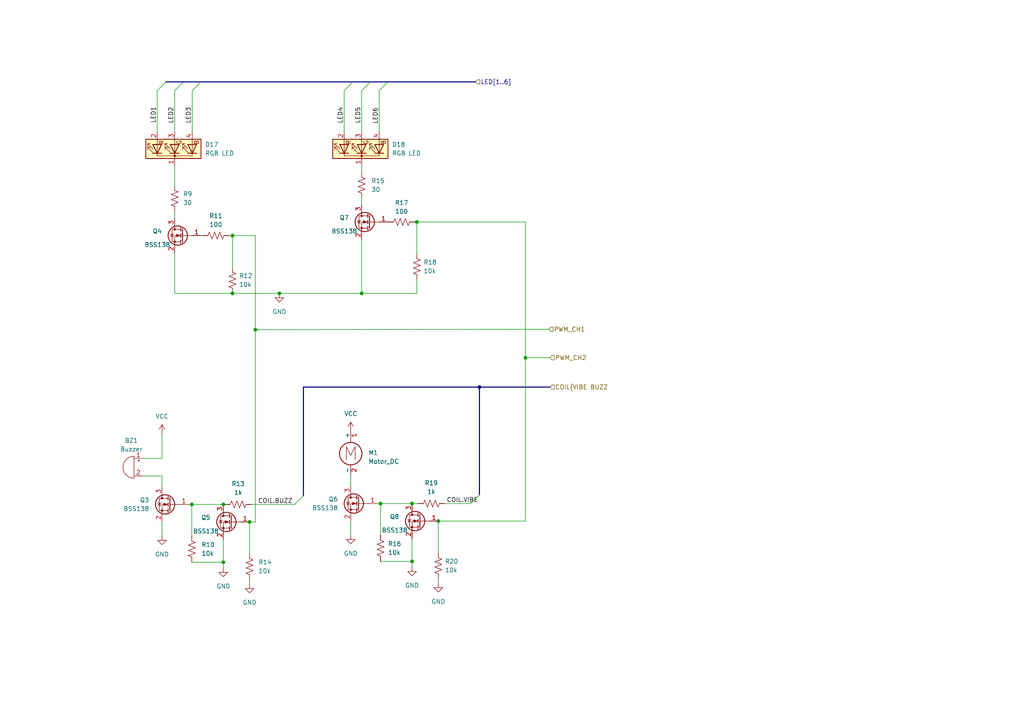
<source format=kicad_sch>
(kicad_sch (version 20211123) (generator eeschema)
  (paper "A4")
  (title_block (title "Robotics Controller") (date "2022-09-02") (rev "A") (company "Rockerbotics"))
  (lib_symbols
    (symbol "Device:Buzzer" (pin_names (offset 0.0254) hide)
      (property "Reference" "BZ" (at 3.81 1.27 0))
      (property "Value" "Buzzer" (at 3.81 -1.27 0))
      (symbol "Buzzer_0_1"
        (arc (start 0 -3.175) (mid 3.175 0) (end 0 3.175))
        (polyline (pts (xy -1.651 1.905) (xy -1.143 1.905)))
        (polyline (pts (xy -1.397 2.159) (xy -1.397 1.651)))
        (polyline (pts (xy 0 3.175) (xy 0 -3.175)))
      )
      (symbol "Buzzer_1_1"
        (pin passive line (at -2.54 2.54 0) (length 2.54) (name "-") (number "1"))
        (pin passive line (at -2.54 -2.54 0) (length 2.54) (name "+") (number "2"))
      )
    )
    (symbol "Device:LED_KRGB" (pin_names (offset 0) hide)
      (property "Reference" "D" (at 0 9.398 0))
      (property "Value" "LED_KRGB" (at 0 -8.89 0))
      (symbol "LED_KRGB_0_0"
        (text "B" (at 1.905 -6.35 0) (effects (font (size 1.27 1.27))))
        (text "G" (at 1.905 -1.27 0) (effects (font (size 1.27 1.27))))
        (text "R" (at 1.905 3.81 0) (effects (font (size 1.27 1.27))))
      )
      (symbol "LED_KRGB_0_1"
        (circle (center -2.032 0) (radius 0.254) (fill (type outline)))
        (polyline (pts (xy -1.27 -5.08) (xy 1.27 -5.08)))
        (polyline (pts (xy -1.27 -3.81) (xy -1.27 -6.35)) (stroke (width 0.254)))
        (polyline (pts (xy -1.27 0) (xy -2.54 0)))
        (polyline (pts (xy -1.27 1.27) (xy -1.27 -1.27)) (stroke (width 0.254)))
        (polyline (pts (xy -1.27 5.08) (xy 1.27 5.08)))
        (polyline (pts (xy -1.27 6.35) (xy -1.27 3.81)) (stroke (width 0.254)))
        (polyline (pts (xy 1.27 -5.08) (xy 2.54 -5.08)))
        (polyline (pts (xy 1.27 0) (xy -1.27 0)))
        (polyline (pts (xy 1.27 0) (xy 2.54 0)))
        (polyline (pts (xy 1.27 5.08) (xy 2.54 5.08)))
        (polyline (pts (xy -1.27 1.27) (xy -1.27 -1.27) (xy -1.27 -1.27)))
        (polyline (pts (xy -1.27 6.35) (xy -1.27 3.81) (xy -1.27 3.81)))
        (polyline (pts (xy -1.27 5.08) (xy -2.032 5.08) (xy -2.032 -5.08) (xy -1.016 -5.08)))
        (polyline (pts (xy 1.27 -3.81) (xy 1.27 -6.35) (xy -1.27 -5.08) (xy 1.27 -3.81)) (stroke (width 0.254)))
        (polyline (pts (xy 1.27 1.27) (xy 1.27 -1.27) (xy -1.27 0) (xy 1.27 1.27)) (stroke (width 0.254)))
        (polyline (pts (xy 1.27 6.35) (xy 1.27 3.81) (xy -1.27 5.08) (xy 1.27 6.35)) (stroke (width 0.254)))
        (polyline (pts (xy -1.016 -3.81) (xy 0.508 -2.286) (xy -0.254 -2.286) (xy 0.508 -2.286) (xy 0.508 -3.048)))
        (polyline (pts (xy -1.016 1.27) (xy 0.508 2.794) (xy -0.254 2.794) (xy 0.508 2.794) (xy 0.508 2.032)))
        (polyline (pts (xy -1.016 6.35) (xy 0.508 7.874) (xy -0.254 7.874) (xy 0.508 7.874) (xy 0.508 7.112)))
        (polyline (pts (xy 0 -3.81) (xy 1.524 -2.286) (xy 0.762 -2.286) (xy 1.524 -2.286) (xy 1.524 -3.048)))
        (polyline (pts (xy 0 1.27) (xy 1.524 2.794) (xy 0.762 2.794) (xy 1.524 2.794) (xy 1.524 2.032)))
        (polyline (pts (xy 0 6.35) (xy 1.524 7.874) (xy 0.762 7.874) (xy 1.524 7.874) (xy 1.524 7.112)))
        (rectangle (start 1.27 -1.27) (end 1.27 1.27))
        (rectangle (start 1.27 1.27) (end 1.27 1.27))
        (rectangle (start 1.27 3.81) (end 1.27 6.35))
        (rectangle (start 1.27 6.35) (end 1.27 6.35))
        (rectangle (start 2.794 8.382) (end -2.794 -7.62) (stroke (width 0.254)) (fill (type background)))
      )
      (symbol "LED_KRGB_1_1"
        (pin passive line (at -5.08 0 0) (length 2.54) (name "K") (number "1"))
        (pin passive line (at 5.08 5.08 180) (length 2.54) (name "RA") (number "2"))
        (pin passive line (at 5.08 0 180) (length 2.54) (name "GA") (number "3"))
        (pin passive line (at 5.08 -5.08 180) (length 2.54) (name "BA") (number "4"))
      )
    )
    (symbol "Device:R_US" (pin_numbers hide) (pin_names (offset 0))
      (property "Reference" "R" (at 2.54 0 90))
      (property "Value" "R_US" (at -2.54 0 90))
      (symbol "R_US_0_1"
        (polyline (pts (xy 0 -2.286) (xy 0 -2.54)))
        (polyline (pts (xy 0 2.286) (xy 0 2.54)))
        (polyline (pts (xy 0 -0.762) (xy 1.016 -1.143) (xy 0 -1.524) (xy -1.016 -1.905) (xy 0 -2.286)))
        (polyline (pts (xy 0 0.762) (xy 1.016 0.381) (xy 0 0) (xy -1.016 -0.381) (xy 0 -0.762)))
        (polyline (pts (xy 0 2.286) (xy 1.016 1.905) (xy 0 1.524) (xy -1.016 1.143) (xy 0 0.762)))
      )
      (symbol "R_US_1_1"
        (pin passive line (at 0 3.81 270) (length 1.27) (name "~") (number "1"))
        (pin passive line (at 0 -3.81 90) (length 1.27) (name "~") (number "2"))
      )
    )
    (symbol "Motor:Motor_DC" (pin_names (offset 0))
      (property "Reference" "M" (at 2.54 2.54 0))
      (property "Value" "Motor_DC" (at 2.54 -5.08 0))
      (symbol "Motor_DC_0_0"
        (polyline (pts (xy -1.27 -3.302) (xy -1.27 0.508) (xy 0 -2.032) (xy 1.27 0.508) (xy 1.27 -3.302)))
      )
      (symbol "Motor_DC_0_1"
        (circle (center 0 -1.524) (radius 3.2512) (stroke (width 0.254)))
        (polyline (pts (xy 0 -7.62) (xy 0 -7.112)))
        (polyline (pts (xy 0 -4.7752) (xy 0 -5.1816)))
        (polyline (pts (xy 0 1.7272) (xy 0 2.0828)))
        (polyline (pts (xy 0 2.032) (xy 0 2.54)))
      )
      (symbol "Motor_DC_1_1"
        (pin passive line (at 0 5.08 270) (length 2.54) (name "+") (number "1"))
        (pin passive line (at 0 -7.62 90) (length 2.54) (name "-") (number "2"))
      )
    )
    (symbol "Transistor_FET:BSS138" (pin_names hide)
      (property "Reference" "Q" (at 5.08 1.905 0))
      (property "Value" "BSS138" (at 5.08 0 0))
      (symbol "BSS138_0_1"
        (polyline (pts (xy 0.254 0) (xy -2.54 0)))
        (polyline (pts (xy 0.254 1.905) (xy 0.254 -1.905)) (stroke (width 0.254)))
        (polyline (pts (xy 0.762 -1.27) (xy 0.762 -2.286)) (stroke (width 0.254)))
        (polyline (pts (xy 0.762 0.508) (xy 0.762 -0.508)) (stroke (width 0.254)))
        (polyline (pts (xy 0.762 2.286) (xy 0.762 1.27)) (stroke (width 0.254)))
        (polyline (pts (xy 2.54 2.54) (xy 2.54 1.778)))
        (polyline (pts (xy 2.54 -2.54) (xy 2.54 0) (xy 0.762 0)))
        (polyline (pts (xy 0.762 -1.778) (xy 3.302 -1.778) (xy 3.302 1.778) (xy 0.762 1.778)))
        (polyline (pts (xy 1.016 0) (xy 2.032 0.381) (xy 2.032 -0.381) (xy 1.016 0)) (fill (type outline)))
        (polyline (pts (xy 2.794 0.508) (xy 2.921 0.381) (xy 3.683 0.381) (xy 3.81 0.254)))
        (polyline (pts (xy 3.302 0.381) (xy 2.921 -0.254) (xy 3.683 -0.254) (xy 3.302 0.381)))
        (circle (center 1.651 0) (radius 2.794) (stroke (width 0.254)))
        (circle (center 2.54 -1.778) (radius 0.254) (fill (type outline)))
        (circle (center 2.54 1.778) (radius 0.254) (fill (type outline)))
      )
      (symbol "BSS138_1_1"
        (pin input line (at -5.08 0 0) (length 2.54) (name "G") (number "1"))
        (pin passive line (at 2.54 -5.08 90) (length 2.54) (name "S") (number "2"))
        (pin passive line (at 2.54 5.08 270) (length 2.54) (name "D") (number "3"))
      )
    )
    (symbol "power:GND" (power) (pin_names (offset 0))
      (property "Value" "GND" (at 0 -3.81 0))
      (symbol "GND_0_1"
        (polyline (pts (xy 0 0) (xy 0 -1.27) (xy 1.27 -1.27) (xy 0 -2.54) (xy -1.27 -1.27) (xy 0 -1.27)))
      )
      (symbol "GND_1_1"
        (pin power_in line (at 0 0 270) (length 0) hide (name "GND") (number "1"))
      )
    )
    (symbol "power:VCC" (power) (pin_names (offset 0))
      (property "Value" "VCC" (at 0 3.81 0))
      (symbol "VCC_0_1"
        (polyline (pts (xy -0.762 1.27) (xy 0 2.54)))
        (polyline (pts (xy 0 0) (xy 0 2.54)))
        (polyline (pts (xy 0 2.54) (xy 0.762 1.27)))
      )
      (symbol "VCC_1_1"
        (pin power_in line (at 0 0 90) (length 0) hide (name "VCC") (number "1"))
      )
    )
  )
  (junction (at 55.626 146.304))
  (junction (at 139.065 112.268))
  (junction (at 64.77 146.304))
  (junction (at 72.39 151.384))
  (junction (at 64.77 163.068))
  (junction (at 127.127 151.13))
  (junction (at 67.437 68.326))
  (junction (at 120.904 64.389))
  (junction (at 104.902 85.09))
  (junction (at 67.437 85.09))
  (junction (at 74.041 95.631))
  (junction (at 119.507 146.05))
  (junction (at 119.507 162.814))
  (junction (at 110.363 146.05))
  (junction (at 81.026 85.09))
  (junction (at 152.4 103.759))
  (bus_entry (at 85.471 146.304) (size 2.54 -2.54))
  (bus_entry (at 136.525 146.05) (size 2.54 -2.54))
  (bus_entry (at 45.593 26.289) (size 2.54 -2.54))
  (bus_entry (at 109.982 26.289) (size 2.54 -2.54))
  (bus_entry (at 99.822 26.289) (size 2.54 -2.54))
  (bus_entry (at 50.673 26.289) (size 2.54 -2.54))
  (bus_entry (at 104.902 26.289) (size 2.54 -2.54))
  (bus_entry (at 55.753 26.289) (size 2.54 -2.54))
  (wire (pts (xy 67.437 68.326) (xy 74.041 68.326)))
  (wire (pts (xy 104.902 48.26) (xy 104.902 49.911)))
  (wire (pts (xy 64.77 146.304) (xy 65.278 146.304)))
  (wire (pts (xy 120.904 73.533) (xy 120.904 64.389)))
  (wire (pts (xy 46.99 125.73) (xy 46.99 132.969)))
  (wire (pts (xy 50.673 48.26) (xy 50.673 53.721)))
  (wire (pts (xy 50.673 61.341) (xy 50.673 63.246)))
  (wire (pts (xy 55.626 155.448) (xy 55.626 146.304)))
  (wire (pts (xy 54.61 146.304) (xy 55.626 146.304)))
  (wire (pts (xy 50.673 73.406) (xy 50.673 85.09)))
  (wire (pts (xy 55.626 163.068) (xy 64.77 163.068)))
  (wire (pts (xy 119.507 162.814) (xy 119.507 164.465)))
  (wire (pts (xy 104.902 26.289) (xy 104.902 38.1)))
  (wire (pts (xy 109.982 26.289) (xy 109.982 38.1)))
  (wire (pts (xy 45.593 26.289) (xy 45.593 38.1)))
  (wire (pts (xy 81.026 85.09) (xy 104.902 85.09)))
  (wire (pts (xy 127.127 160.274) (xy 127.127 151.13)))
  (bus (pts (xy 112.522 23.749) (xy 137.922 23.749)))
  (wire (pts (xy 41.402 138.049) (xy 46.99 138.049)))
  (wire (pts (xy 46.99 151.384) (xy 46.99 155.448)))
  (bus (pts (xy 139.065 143.51) (xy 139.065 112.268)))
  (wire (pts (xy 67.437 77.47) (xy 67.437 68.326)))
  (wire (pts (xy 152.4 103.759) (xy 152.4 64.389)))
  (wire (pts (xy 64.77 163.068) (xy 64.77 164.719)))
  (wire (pts (xy 112.649 64.389) (xy 112.522 64.389)))
  (bus (pts (xy 53.213 23.749) (xy 58.293 23.749)))
  (wire (pts (xy 110.363 146.05) (xy 119.507 146.05)))
  (wire (pts (xy 67.437 68.326) (xy 66.421 68.326)))
  (wire (pts (xy 74.041 95.631) (xy 159.131 95.504)))
  (wire (pts (xy 46.99 138.049) (xy 46.99 141.224)))
  (wire (pts (xy 119.507 156.21) (xy 119.507 162.814)))
  (wire (pts (xy 101.727 137.668) (xy 101.727 140.97)))
  (wire (pts (xy 72.39 168.148) (xy 72.39 169.418)))
  (bus (pts (xy 48.133 23.749) (xy 53.213 23.749)))
  (wire (pts (xy 72.39 160.528) (xy 72.39 151.384)))
  (wire (pts (xy 55.626 146.304) (xy 64.77 146.304)))
  (wire (pts (xy 110.363 155.194) (xy 110.363 146.05)))
  (bus (pts (xy 102.362 23.749) (xy 107.442 23.749)))
  (wire (pts (xy 127.127 151.13) (xy 152.4 151.13)))
  (wire (pts (xy 67.437 85.09) (xy 81.026 85.09)))
  (wire (pts (xy 99.822 26.289) (xy 99.822 38.1)))
  (bus (pts (xy 88.011 112.268) (xy 139.065 112.268)))
  (wire (pts (xy 72.39 151.384) (xy 74.041 151.384)))
  (wire (pts (xy 109.347 146.05) (xy 110.363 146.05)))
  (wire (pts (xy 152.4 64.389) (xy 120.904 64.389)))
  (bus (pts (xy 107.442 23.749) (xy 112.522 23.749)))
  (wire (pts (xy 152.4 103.759) (xy 152.4 151.13)))
  (wire (pts (xy 104.902 69.469) (xy 104.902 85.09)))
  (wire (pts (xy 120.904 85.09) (xy 120.904 81.153)))
  (wire (pts (xy 50.673 26.289) (xy 50.673 38.1)))
  (wire (pts (xy 128.905 146.05) (xy 136.525 146.05)))
  (wire (pts (xy 41.402 132.969) (xy 46.99 132.969)))
  (wire (pts (xy 64.77 156.464) (xy 64.77 163.068)))
  (bus (pts (xy 139.065 112.268) (xy 159.512 112.268)))
  (wire (pts (xy 101.727 151.13) (xy 101.727 155.194)))
  (wire (pts (xy 72.898 146.304) (xy 85.471 146.304)))
  (wire (pts (xy 74.041 68.326) (xy 74.041 95.631)))
  (wire (pts (xy 110.363 162.814) (xy 119.507 162.814)))
  (wire (pts (xy 50.673 85.09) (xy 67.437 85.09)))
  (wire (pts (xy 104.902 85.09) (xy 120.904 85.09)))
  (wire (pts (xy 152.4 103.759) (xy 159.512 103.759)))
  (wire (pts (xy 55.753 26.289) (xy 55.753 38.1)))
  (bus (pts (xy 58.293 23.749) (xy 102.362 23.749)))
  (wire (pts (xy 74.041 95.631) (xy 74.041 151.384)))
  (wire (pts (xy 127.127 167.894) (xy 127.127 169.164)))
  (wire (pts (xy 58.801 68.326) (xy 58.293 68.326)))
  (wire (pts (xy 120.904 64.389) (xy 120.269 64.389)))
  (wire (pts (xy 119.507 146.05) (xy 121.285 146.05)))
  (bus (pts (xy 88.011 112.268) (xy 88.011 143.764)))
  (wire (pts (xy 104.902 57.531) (xy 104.902 59.309)))
  (label "LED4" (at 99.822 35.814 90))
  (label "LED6" (at 109.982 35.941 90))
  (label "LED5" (at 104.902 35.814 90))
  (label "LED2" (at 50.673 35.814 90))
  (label "COIL.BUZZ" (at 74.803 146.304 0))
  (label "COIL.VIBE" (at 129.54 146.05 0))
  (label "LED1" (at 45.593 35.687 90))
  (label "LED3" (at 55.753 35.814 90))
  (hierarchical_label "COIL{VIBE BUZZ" (shape input) (at 159.512 112.268 0))
  (hierarchical_label "LED[1..6]" (shape input) (at 137.922 23.749 0))
  (hierarchical_label "PWM_CH2" (shape input) (at 159.512 103.759 0))
  (hierarchical_label "PWM_CH1" (shape input) (at 159.131 95.504 0))
  (symbol (lib_id "Transistor_FET:BSS138") (at 107.442 64.389 0) (mirror y) (unit 1)
    (property "Reference" "Q7" (at 101.219 63.1189 0) (effects (justify left)))
    (property "Value" "BSS138" (at 103.632 67.056 0) (effects (justify left)))
    (property "Footprint" "Package_TO_SOT_SMD:SOT-23" (effects hide))
    (property "Datasheet" "https://www.onsemi.com/pub/Collateral/BSS138-D.PDF" (effects hide))
  )
  (symbol (lib_id "Transistor_FET:BSS138") (at 67.31 151.384 0) (mirror y) (unit 1)
    (property "Reference" "Q5" (at 61.087 150.1139 0) (effects (justify left)))
    (property "Value" "BSS138" (at 63.5 154.051 0) (effects (justify left)))
    (property "Footprint" "Package_TO_SOT_SMD:SOT-23" (effects hide))
    (property "Datasheet" "https://www.onsemi.com/pub/Collateral/BSS138-D.PDF" (effects hide))
  )
  (symbol (lib_id "power:VCC") (at 101.727 124.968 0) (unit 1)
    (property "Reference" "#PWR035" (effects hide))
    (property "Value" "VCC" (at 101.727 120.015 0))
  )
  (symbol (lib_id "Device:R_US") (at 110.363 159.004 0) (unit 1)
    (property "Reference" "R16" (at 112.522 157.7339 0) (effects (justify left)))
    (property "Value" "10k" (at 112.522 160.2739 0) (effects (justify left)))
    (property "Footprint" "Resistor_SMD:R_0603_1608Metric" (effects hide))
  )
  (symbol (lib_id "power:GND") (at 127.127 169.164 0) (unit 1)
    (property "Reference" "#PWR038" (effects hide))
    (property "Value" "GND" (at 127.127 174.498 0))
  )
  (symbol (lib_id "Transistor_FET:BSS138") (at 104.267 146.05 0) (mirror y) (unit 1)
    (property "Reference" "Q6" (at 98.044 144.7799 0) (effects (justify left)))
    (property "Value" "BSS138" (at 98.044 147.3199 0) (effects (justify left)))
    (property "Footprint" "Package_TO_SOT_SMD:SOT-23" (effects hide))
    (property "Datasheet" "https://www.onsemi.com/pub/Collateral/BSS138-D.PDF" (effects hide))
  )
  (symbol (lib_id "power:GND") (at 64.77 164.719 0) (unit 1)
    (property "Reference" "#PWR032" (effects hide))
    (property "Value" "GND" (at 64.77 170.053 0))
  )
  (symbol (lib_id "Device:R_US") (at 72.39 164.338 0) (unit 1)
    (property "Reference" "R14" (at 74.93 163.0679 0) (effects (justify left)))
    (property "Value" "10k" (at 74.93 165.6079 0) (effects (justify left)))
    (property "Footprint" "Resistor_SMD:R_0603_1608Metric" (effects hide))
  )
  (symbol (lib_id "power:GND") (at 101.727 155.194 0) (unit 1)
    (property "Reference" "#PWR036" (effects hide))
    (property "Value" "GND" (at 101.727 160.528 0))
  )
  (symbol (lib_id "Device:Buzzer") (at 38.862 135.509 0) (mirror y) (unit 1)
    (property "Reference" "BZ1" (at 38.1 127.762 0))
    (property "Value" "Buzzer" (at 38.1 130.302 0))
  )
  (symbol (lib_id "Device:R_US") (at 120.904 77.343 0) (unit 1)
    (property "Reference" "R18" (at 122.809 76.0729 0) (effects (justify left)))
    (property "Value" "10k" (at 122.809 78.6129 0) (effects (justify left)))
    (property "Footprint" "Resistor_SMD:R_0603_1608Metric" (effects hide))
  )
  (symbol (lib_id "Device:R_US") (at 104.902 53.721 0) (unit 1)
    (property "Reference" "R15" (at 107.696 52.4509 0) (effects (justify left)))
    (property "Value" "30" (at 107.696 54.9909 0) (effects (justify left)))
    (property "Footprint" "Resistor_SMD:R_0603_1608Metric" (effects hide))
  )
  (symbol (lib_id "power:GND") (at 119.507 164.465 0) (unit 1)
    (property "Reference" "#PWR037" (effects hide))
    (property "Value" "GND" (at 119.507 169.799 0))
  )
  (symbol (lib_id "Device:R_US") (at 55.626 159.258 0) (unit 1)
    (property "Reference" "R10" (at 58.42 157.9879 0) (effects (justify left)))
    (property "Value" "10k" (at 58.42 160.5279 0) (effects (justify left)))
    (property "Footprint" "Resistor_SMD:R_0603_1608Metric" (effects hide))
  )
  (symbol (lib_id "Device:R_US") (at 50.673 57.531 0) (unit 1)
    (property "Reference" "R9" (at 53.086 56.2609 0) (effects (justify left)))
    (property "Value" "30" (at 53.086 58.8009 0) (effects (justify left)))
    (property "Footprint" "Resistor_SMD:R_0603_1608Metric" (effects hide))
  )
  (symbol (lib_id "Device:R_US") (at 67.437 81.28 0) (unit 1)
    (property "Reference" "R12" (at 69.342 80.0099 0) (effects (justify left)))
    (property "Value" "10k" (at 69.342 82.5499 0) (effects (justify left)))
    (property "Footprint" "Resistor_SMD:R_0603_1608Metric" (effects hide))
  )
  (symbol (lib_id "Transistor_FET:BSS138") (at 122.047 151.13 0) (mirror y) (unit 1)
    (property "Reference" "Q8" (at 115.824 149.8599 0) (effects (justify left)))
    (property "Value" "BSS138" (at 118.237 153.797 0) (effects (justify left)))
    (property "Footprint" "Package_TO_SOT_SMD:SOT-23" (effects hide))
    (property "Datasheet" "https://www.onsemi.com/pub/Collateral/BSS138-D.PDF" (effects hide))
  )
  (symbol (lib_id "Device:R_US") (at 116.459 64.389 90) (unit 1)
    (property "Reference" "R17" (at 116.459 58.801 90))
    (property "Value" "100" (at 116.459 61.341 90))
    (property "Footprint" "Resistor_SMD:R_0603_1608Metric" (effects hide))
  )
  (symbol (lib_id "power:VCC") (at 46.99 125.73 0) (unit 1)
    (property "Reference" "#PWR030" (effects hide))
    (property "Value" "VCC" (at 46.99 120.777 0))
  )
  (symbol (lib_id "Device:R_US") (at 69.088 146.304 90) (unit 1)
    (property "Reference" "R13" (at 69.088 140.335 90))
    (property "Value" "1k" (at 69.088 142.875 90))
    (property "Footprint" "Resistor_SMD:R_0603_1608Metric" (effects hide))
  )
  (symbol (lib_id "power:GND") (at 46.99 155.448 0) (unit 1)
    (property "Reference" "#PWR031" (effects hide))
    (property "Value" "GND" (at 46.99 160.782 0))
  )
  (symbol (lib_id "Device:R_US") (at 62.611 68.326 90) (unit 1)
    (property "Reference" "R11" (at 62.611 62.611 90))
    (property "Value" "100" (at 62.611 65.151 90))
    (property "Footprint" "Resistor_SMD:R_0603_1608Metric" (effects hide))
  )
  (symbol (lib_id "Device:LED_KRGB") (at 104.902 43.18 90) (unit 1)
    (property "Reference" "D18" (at 113.665 41.9099 90) (effects (justify right)))
    (property "Value" "RGB LED" (at 113.665 44.4499 90) (effects (justify right)))
    (property "Datasheet" "https://www.sunledusa.com/products/spec/XZM2ACRM2DGFBB110W.pdf" (effects hide))
    (property "MANUFACTURER" "XZM2ACRM2DGFBB110W" (effects hide))
  )
  (symbol (lib_id "Transistor_FET:BSS138") (at 53.213 68.326 0) (mirror y) (unit 1)
    (property "Reference" "Q4" (at 46.99 67.0559 0) (effects (justify left)))
    (property "Value" "BSS138" (at 49.403 70.993 0) (effects (justify left)))
    (property "Footprint" "Package_TO_SOT_SMD:SOT-23" (effects hide))
    (property "Datasheet" "https://www.onsemi.com/pub/Collateral/BSS138-D.PDF" (effects hide))
  )
  (symbol (lib_id "power:GND") (at 72.39 169.418 0) (unit 1)
    (property "Reference" "#PWR033" (effects hide))
    (property "Value" "GND" (at 72.39 174.752 0))
  )
  (symbol (lib_id "Device:LED_KRGB") (at 50.673 43.18 90) (unit 1)
    (property "Reference" "D17" (at 59.436 41.9099 90) (effects (justify right)))
    (property "Value" "RGB LED" (at 59.436 44.4499 90) (effects (justify right)))
    (property "Datasheet" "https://www.sunledusa.com/products/spec/XZM2ACRM2DGFBB110W.pdf" (effects hide))
    (property "MANUFACTURER" "XZM2ACRM2DGFBB110W" (effects hide))
  )
  (symbol (lib_id "Device:R_US") (at 125.095 146.05 90) (unit 1)
    (property "Reference" "R19" (at 125.095 140.081 90))
    (property "Value" "1k" (at 125.095 142.621 90))
    (property "Footprint" "Resistor_SMD:R_0603_1608Metric" (effects hide))
  )
  (symbol (lib_id "Motor:Motor_DC") (at 101.727 130.048 0) (unit 1)
    (property "Reference" "M1" (at 106.807 131.3179 0) (effects (justify left)))
    (property "Value" "Motor_DC" (at 106.807 133.8579 0) (effects (justify left)))
  )
  (symbol (lib_id "Device:R_US") (at 127.127 164.084 0) (unit 1)
    (property "Reference" "R20" (at 129.032 162.8139 0) (effects (justify left)))
    (property "Value" "10k" (at 129.032 165.3539 0) (effects (justify left)))
    (property "Footprint" "Resistor_SMD:R_0603_1608Metric" (effects hide))
  )
  (symbol (lib_id "Transistor_FET:BSS138") (at 49.53 146.304 0) (mirror y) (unit 1)
    (property "Reference" "Q3" (at 43.307 145.0339 0) (effects (justify left)))
    (property "Value" "BSS138" (at 43.307 147.5739 0) (effects (justify left)))
    (property "Footprint" "Package_TO_SOT_SMD:SOT-23" (effects hide))
    (property "Datasheet" "https://www.onsemi.com/pub/Collateral/BSS138-D.PDF" (effects hide))
  )
  (symbol (lib_id "power:GND") (at 81.026 85.09 0) (unit 1)
    (property "Reference" "#PWR034" (effects hide))
    (property "Value" "GND" (at 81.026 90.424 0))
  )
)
</source>
